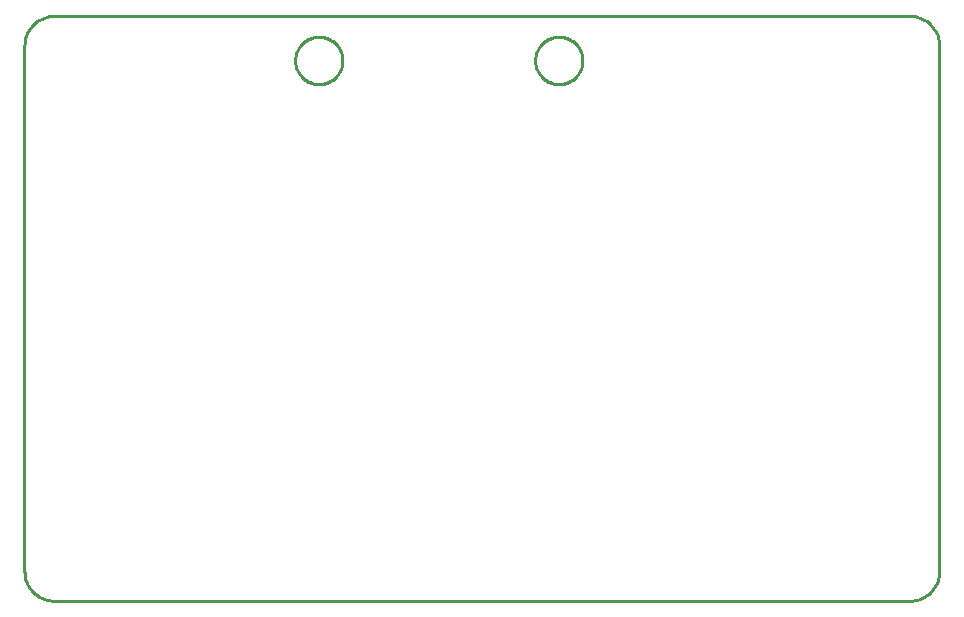
<source format=gbr>
G04 EAGLE Gerber X2 export*
%TF.Part,Single*%
%TF.FileFunction,Profile,NP*%
%TF.FilePolarity,Positive*%
%TF.GenerationSoftware,Autodesk,EAGLE,9.1.0*%
%TF.CreationDate,2019-12-30T04:36:43Z*%
G75*
%MOMM*%
%FSLAX34Y34*%
%LPD*%
%AMOC8*
5,1,8,0,0,1.08239X$1,22.5*%
G01*
%ADD10C,0.254000*%


D10*
X0Y25400D02*
X97Y23186D01*
X386Y20989D01*
X865Y18826D01*
X1532Y16713D01*
X2380Y14666D01*
X3403Y12700D01*
X4594Y10831D01*
X5942Y9073D01*
X7440Y7440D01*
X9073Y5942D01*
X10831Y4594D01*
X12700Y3403D01*
X14666Y2380D01*
X16713Y1532D01*
X18826Y865D01*
X20989Y386D01*
X23186Y97D01*
X25400Y0D01*
X749300Y0D01*
X751514Y97D01*
X753711Y386D01*
X755874Y865D01*
X757987Y1532D01*
X760035Y2380D01*
X762000Y3403D01*
X763869Y4594D01*
X765627Y5942D01*
X767261Y7440D01*
X768758Y9073D01*
X770106Y10831D01*
X771297Y12700D01*
X772320Y14666D01*
X773168Y16713D01*
X773835Y18826D01*
X774314Y20989D01*
X774603Y23186D01*
X774700Y25400D01*
X774700Y469900D01*
X774603Y472114D01*
X774314Y474311D01*
X773835Y476474D01*
X773168Y478587D01*
X772320Y480635D01*
X771297Y482600D01*
X770106Y484469D01*
X768758Y486227D01*
X767261Y487861D01*
X765627Y489358D01*
X763869Y490706D01*
X762000Y491897D01*
X760035Y492920D01*
X757987Y493768D01*
X755874Y494435D01*
X753711Y494914D01*
X751514Y495203D01*
X749300Y495300D01*
X25400Y495300D01*
X23186Y495203D01*
X20989Y494914D01*
X18826Y494435D01*
X16713Y493768D01*
X14666Y492920D01*
X12700Y491897D01*
X10831Y490706D01*
X9073Y489358D01*
X7440Y487861D01*
X5942Y486227D01*
X4594Y484469D01*
X3403Y482600D01*
X2380Y480635D01*
X1532Y478587D01*
X865Y476474D01*
X386Y474311D01*
X97Y472114D01*
X0Y469900D01*
X0Y25400D01*
X269206Y456850D02*
X269133Y455643D01*
X268987Y454443D01*
X268769Y453254D01*
X268480Y452081D01*
X268120Y450927D01*
X267692Y449797D01*
X267196Y448695D01*
X266634Y447624D01*
X266009Y446590D01*
X265322Y445595D01*
X264577Y444644D01*
X263775Y443739D01*
X262921Y442885D01*
X262016Y442083D01*
X261064Y441338D01*
X260070Y440651D01*
X259035Y440026D01*
X257965Y439464D01*
X256863Y438968D01*
X255733Y438539D01*
X254579Y438180D01*
X253405Y437891D01*
X252216Y437673D01*
X251017Y437527D01*
X249810Y437454D01*
X248601Y437454D01*
X247395Y437527D01*
X246195Y437673D01*
X245006Y437891D01*
X243833Y438180D01*
X242679Y438539D01*
X241549Y438968D01*
X240446Y439464D01*
X239376Y440026D01*
X238342Y440651D01*
X237347Y441338D01*
X236396Y442083D01*
X235491Y442885D01*
X234636Y443739D01*
X233835Y444644D01*
X233089Y445595D01*
X232403Y446590D01*
X231777Y447624D01*
X231216Y448695D01*
X230720Y449797D01*
X230291Y450927D01*
X229932Y452081D01*
X229642Y453254D01*
X229424Y454443D01*
X229279Y455643D01*
X229206Y456850D01*
X229206Y458058D01*
X229279Y459265D01*
X229424Y460465D01*
X229642Y461654D01*
X229932Y462827D01*
X230291Y463981D01*
X230720Y465111D01*
X231216Y466213D01*
X231777Y467284D01*
X232403Y468318D01*
X233089Y469313D01*
X233835Y470264D01*
X234636Y471169D01*
X235491Y472023D01*
X236396Y472825D01*
X237347Y473570D01*
X238342Y474257D01*
X239376Y474882D01*
X240446Y475444D01*
X241549Y475940D01*
X242679Y476369D01*
X243833Y476728D01*
X245006Y477017D01*
X246195Y477235D01*
X247395Y477381D01*
X248601Y477454D01*
X249810Y477454D01*
X251017Y477381D01*
X252216Y477235D01*
X253405Y477017D01*
X254579Y476728D01*
X255733Y476369D01*
X256863Y475940D01*
X257965Y475444D01*
X259035Y474882D01*
X260070Y474257D01*
X261064Y473570D01*
X262016Y472825D01*
X262921Y472023D01*
X263775Y471169D01*
X264577Y470264D01*
X265322Y469313D01*
X266009Y468318D01*
X266634Y467284D01*
X267196Y466213D01*
X267692Y465111D01*
X268120Y463981D01*
X268480Y462827D01*
X268769Y461654D01*
X268987Y460465D01*
X269133Y459265D01*
X269206Y458058D01*
X269206Y456850D01*
X472406Y456850D02*
X472333Y455643D01*
X472187Y454443D01*
X471969Y453254D01*
X471680Y452081D01*
X471320Y450927D01*
X470892Y449797D01*
X470396Y448695D01*
X469834Y447624D01*
X469209Y446590D01*
X468522Y445595D01*
X467777Y444644D01*
X466975Y443739D01*
X466121Y442885D01*
X465216Y442083D01*
X464264Y441338D01*
X463270Y440651D01*
X462235Y440026D01*
X461165Y439464D01*
X460063Y438968D01*
X458933Y438539D01*
X457779Y438180D01*
X456605Y437891D01*
X455416Y437673D01*
X454217Y437527D01*
X453010Y437454D01*
X451801Y437454D01*
X450595Y437527D01*
X449395Y437673D01*
X448206Y437891D01*
X447033Y438180D01*
X445879Y438539D01*
X444749Y438968D01*
X443646Y439464D01*
X442576Y440026D01*
X441542Y440651D01*
X440547Y441338D01*
X439596Y442083D01*
X438691Y442885D01*
X437836Y443739D01*
X437035Y444644D01*
X436289Y445595D01*
X435603Y446590D01*
X434977Y447624D01*
X434416Y448695D01*
X433920Y449797D01*
X433491Y450927D01*
X433132Y452081D01*
X432842Y453254D01*
X432624Y454443D01*
X432479Y455643D01*
X432406Y456850D01*
X432406Y458058D01*
X432479Y459265D01*
X432624Y460465D01*
X432842Y461654D01*
X433132Y462827D01*
X433491Y463981D01*
X433920Y465111D01*
X434416Y466213D01*
X434977Y467284D01*
X435603Y468318D01*
X436289Y469313D01*
X437035Y470264D01*
X437836Y471169D01*
X438691Y472023D01*
X439596Y472825D01*
X440547Y473570D01*
X441542Y474257D01*
X442576Y474882D01*
X443646Y475444D01*
X444749Y475940D01*
X445879Y476369D01*
X447033Y476728D01*
X448206Y477017D01*
X449395Y477235D01*
X450595Y477381D01*
X451801Y477454D01*
X453010Y477454D01*
X454217Y477381D01*
X455416Y477235D01*
X456605Y477017D01*
X457779Y476728D01*
X458933Y476369D01*
X460063Y475940D01*
X461165Y475444D01*
X462235Y474882D01*
X463270Y474257D01*
X464264Y473570D01*
X465216Y472825D01*
X466121Y472023D01*
X466975Y471169D01*
X467777Y470264D01*
X468522Y469313D01*
X469209Y468318D01*
X469834Y467284D01*
X470396Y466213D01*
X470892Y465111D01*
X471320Y463981D01*
X471680Y462827D01*
X471969Y461654D01*
X472187Y460465D01*
X472333Y459265D01*
X472406Y458058D01*
X472406Y456850D01*
M02*

</source>
